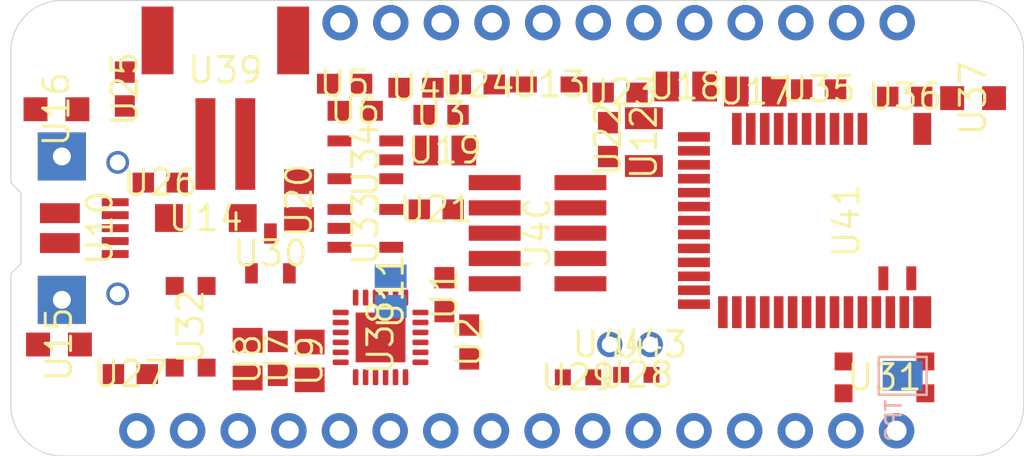
<source format=kicad_pcb>
(kicad_pcb (version 20171130) (host pcbnew "(5.1.4-0-10_14)")

  (general
    (thickness 1.6)
    (drawings 12)
    (tracks 0)
    (zones 0)
    (modules 46)
    (nets 70)
  )

  (page A4)
  (layers
    (0 Top signal)
    (31 Bottom signal)
    (32 B.Adhes user)
    (33 F.Adhes user hide)
    (34 B.Paste user)
    (35 F.Paste user)
    (36 B.SilkS user hide)
    (37 F.SilkS user)
    (38 B.Mask user)
    (39 F.Mask user hide)
    (40 Dwgs.User user)
    (41 Cmts.User user)
    (42 Eco1.User user)
    (43 Eco2.User user)
    (44 Edge.Cuts user)
    (45 Margin user)
    (46 B.CrtYd user)
    (47 F.CrtYd user)
    (48 B.Fab user)
    (49 F.Fab user)
  )

  (setup
    (last_trace_width 0.25)
    (trace_clearance 0.2)
    (zone_clearance 0.254)
    (zone_45_only no)
    (trace_min 0.2)
    (via_size 0.8)
    (via_drill 0.4)
    (via_min_size 0.4)
    (via_min_drill 0.3)
    (uvia_size 0.3)
    (uvia_drill 0.1)
    (uvias_allowed yes)
    (uvia_min_size 0.2)
    (uvia_min_drill 0.1)
    (edge_width 0.05)
    (segment_width 0.2)
    (pcb_text_width 0.3)
    (pcb_text_size 1.5 1.5)
    (mod_edge_width 0.12)
    (mod_text_size 1 1)
    (mod_text_width 0.15)
    (pad_size 2.413 2.413)
    (pad_drill 0.9)
    (pad_to_mask_clearance 0.051)
    (solder_mask_min_width 0.25)
    (aux_axis_origin 0 0)
    (visible_elements FFFFFF7F)
    (pcbplotparams
      (layerselection 0x010fc_ffffffff)
      (usegerberextensions false)
      (usegerberattributes false)
      (usegerberadvancedattributes false)
      (creategerberjobfile false)
      (excludeedgelayer true)
      (linewidth 0.100000)
      (plotframeref false)
      (viasonmask false)
      (mode 1)
      (useauxorigin false)
      (hpglpennumber 1)
      (hpglpenspeed 20)
      (hpglpendiameter 15.000000)
      (psnegative false)
      (psa4output false)
      (plotreference true)
      (plotvalue true)
      (plotinvisibletext false)
      (padsonsilk false)
      (subtractmaskfromsilk false)
      (outputformat 1)
      (mirror false)
      (drillshape 1)
      (scaleselection 1)
      (outputdirectory ""))
  )

  (net 0 "")
  (net 1 GND)
  (net 2 3.3V)
  (net 3 VBAT)
  (net 4 VBUS)
  (net 5 /RESET)
  (net 6 /DFU)
  (net 7 /TXD)
  (net 8 /RXD)
  (net 9 /MISO)
  (net 10 /MOSI)
  (net 11 /SCK)
  (net 12 /A5/0.29)
  (net 13 /A4/0.28)
  (net 14 /A3/0.05)
  (net 15 /A2/0.04)
  (net 16 /A1/0.03)
  (net 17 /A0/0.02)
  (net 18 /SDA)
  (net 19 /SCL)
  (net 20 /P0.27)
  (net 21 /A6/P0.30)
  (net 22 /A7/P0.31)
  (net 23 /P0.11)
  (net 24 /P0.07)
  (net 25 /P0.15)
  (net 26 /P0.16)
  (net 27 /EN)
  (net 28 "Net-(U1-Pad41)")
  (net 29 "Net-(U1-Pad40)")
  (net 30 /FRST)
  (net 31 /SWDIO)
  (net 32 /SWCLK)
  (net 33 /LED2)
  (net 34 /SWO)
  (net 35 /LED1)
  (net 36 /P0.10/NFC2)
  (net 37 /P0.09/NFC1)
  (net 38 "Net-(C2-Pad1)")
  (net 39 "Net-(C1-Pad1)")
  (net 40 "Net-(L2-Pad2)")
  (net 41 "Net-(C4-Pad1)")
  (net 42 "Net-(X1-Pad8)")
  (net 43 "Net-(D1-PadA)")
  (net 44 "Net-(D2-PadA)")
  (net 45 "Net-(R8-Pad1)")
  (net 46 "Net-(R3-Pad2)")
  (net 47 "Net-(C6-Pad1)")
  (net 48 "Net-(U2-Pad4)")
  (net 49 "Net-(X3-PadID)")
  (net 50 /USBD+)
  (net 51 /USBD-)
  (net 52 "Net-(U4-Pad24)")
  (net 53 /DTR)
  (net 54 "Net-(U4-Pad22)")
  (net 55 "Net-(R9-Pad1)")
  (net 56 "Net-(U4-Pad19)")
  (net 57 "Net-(U4-Pad18)")
  (net 58 "Net-(U4-Pad17)")
  (net 59 "Net-(C7-Pad1)")
  (net 60 "Net-(U4-Pad15)")
  (net 61 "Net-(U4-Pad14)")
  (net 62 "Net-(U4-Pad13)")
  (net 63 "Net-(U4-Pad12)")
  (net 64 "Net-(U4-Pad11)")
  (net 65 "Net-(U4-Pad10)")
  (net 66 "Net-(U4-Pad9)")
  (net 67 "Net-(U4-Pad1)")
  (net 68 "Net-(C11-Pad1)")
  (net 69 "Net-(CHG1-PadC)")

  (net_class Default "This is the default net class."
    (clearance 0.2)
    (trace_width 0.25)
    (via_dia 0.8)
    (via_drill 0.4)
    (uvia_dia 0.3)
    (uvia_drill 0.1)
    (add_net /A0/0.02)
    (add_net /A1/0.03)
    (add_net /A2/0.04)
    (add_net /A3/0.05)
    (add_net /A4/0.28)
    (add_net /A5/0.29)
    (add_net /A6/P0.30)
    (add_net /A7/P0.31)
    (add_net /DFU)
    (add_net /DTR)
    (add_net /EN)
    (add_net /FRST)
    (add_net /LED1)
    (add_net /LED2)
    (add_net /MISO)
    (add_net /MOSI)
    (add_net /P0.07)
    (add_net /P0.09/NFC1)
    (add_net /P0.10/NFC2)
    (add_net /P0.11)
    (add_net /P0.15)
    (add_net /P0.16)
    (add_net /P0.27)
    (add_net /RESET)
    (add_net /RXD)
    (add_net /SCK)
    (add_net /SCL)
    (add_net /SDA)
    (add_net /SWCLK)
    (add_net /SWDIO)
    (add_net /SWO)
    (add_net /TXD)
    (add_net /USBD+)
    (add_net /USBD-)
    (add_net 3.3V)
    (add_net GND)
    (add_net "Net-(C1-Pad1)")
    (add_net "Net-(C11-Pad1)")
    (add_net "Net-(C2-Pad1)")
    (add_net "Net-(C4-Pad1)")
    (add_net "Net-(C6-Pad1)")
    (add_net "Net-(C7-Pad1)")
    (add_net "Net-(CHG1-PadC)")
    (add_net "Net-(D1-PadA)")
    (add_net "Net-(D2-PadA)")
    (add_net "Net-(L2-Pad2)")
    (add_net "Net-(R3-Pad2)")
    (add_net "Net-(R8-Pad1)")
    (add_net "Net-(R9-Pad1)")
    (add_net "Net-(U1-Pad40)")
    (add_net "Net-(U1-Pad41)")
    (add_net "Net-(U2-Pad4)")
    (add_net "Net-(U4-Pad1)")
    (add_net "Net-(U4-Pad10)")
    (add_net "Net-(U4-Pad11)")
    (add_net "Net-(U4-Pad12)")
    (add_net "Net-(U4-Pad13)")
    (add_net "Net-(U4-Pad14)")
    (add_net "Net-(U4-Pad15)")
    (add_net "Net-(U4-Pad17)")
    (add_net "Net-(U4-Pad18)")
    (add_net "Net-(U4-Pad19)")
    (add_net "Net-(U4-Pad22)")
    (add_net "Net-(U4-Pad24)")
    (add_net "Net-(U4-Pad9)")
    (add_net "Net-(X1-Pad8)")
    (add_net "Net-(X3-PadID)")
    (add_net VBAT)
    (add_net VBUS)
  )

  (module MS1 locked (layer Top) (tedit 5ECEFCF5) (tstamp 5ECF00CD)
    (at 148.45 115.27)
    (fp_text reference MS1 (at -23.876 11.176) (layer F.SilkS) hide
      (effects (font (size 1.27 1.27) (thickness 0.15)))
    )
    (fp_text value "" (at 0 0) (layer F.SilkS)
      (effects (font (size 1.27 1.27) (thickness 0.15)))
    )
    (fp_poly (pts (xy 20 -1.05) (xy -20 -1.1) (xy -20 0.8) (xy 20 0.85)) (layer F.CrtYd) (width 0.1))
    (fp_poly (pts (xy 20 -1.05) (xy -20 -1.1) (xy -20 0.8) (xy 20 0.85)) (layer B.CrtYd) (width 0.1))
    (pad 1 thru_hole circle (at -19.026 -0.094) (size 1.778 1.778) (drill 1) (layers *.Cu *.Mask)
      (net 5 /RESET) (solder_mask_margin 0.0508))
    (pad 2 thru_hole circle (at -16.486 -0.094) (size 1.778 1.778) (drill 1) (layers *.Cu *.Mask)
      (net 2 3.3V) (solder_mask_margin 0.0508))
    (pad 3 thru_hole circle (at -13.946 -0.094) (size 1.778 1.778) (drill 1) (layers *.Cu *.Mask)
      (net 2 3.3V) (solder_mask_margin 0.0508))
    (pad 4 thru_hole circle (at -11.406 -0.094) (size 1.778 1.778) (drill 1) (layers *.Cu *.Mask)
      (net 1 GND) (solder_mask_margin 0.0508))
    (pad 16 thru_hole circle (at 19.074 -0.094) (size 1.778 1.778) (drill 1) (layers *.Cu *.Mask)
      (net 6 /DFU) (solder_mask_margin 0.0508))
    (pad 15 thru_hole circle (at 16.534 -0.094) (size 1.778 1.778) (drill 1) (layers *.Cu *.Mask)
      (net 7 /TXD) (solder_mask_margin 0.0508))
    (pad 14 thru_hole circle (at 13.994 -0.094) (size 1.778 1.778) (drill 1) (layers *.Cu *.Mask)
      (net 8 /RXD) (solder_mask_margin 0.0508))
    (pad 13 thru_hole circle (at 11.454 -0.094) (size 1.778 1.778) (drill 1) (layers *.Cu *.Mask)
      (net 9 /MISO) (solder_mask_margin 0.0508))
    (pad 12 thru_hole circle (at 8.914 -0.094) (size 1.778 1.778) (drill 1) (layers *.Cu *.Mask)
      (net 10 /MOSI) (solder_mask_margin 0.0508))
    (pad 11 thru_hole circle (at 6.374 -0.094) (size 1.778 1.778) (drill 1) (layers *.Cu *.Mask)
      (net 11 /SCK) (solder_mask_margin 0.0508))
    (pad 10 thru_hole circle (at 3.834 -0.094) (size 1.778 1.778) (drill 1) (layers *.Cu *.Mask)
      (net 12 /A5/0.29) (solder_mask_margin 0.0508))
    (pad 9 thru_hole circle (at 1.294 -0.094) (size 1.778 1.778) (drill 1) (layers *.Cu *.Mask)
      (net 13 /A4/0.28) (solder_mask_margin 0.0508))
    (pad 8 thru_hole circle (at -1.246 -0.094) (size 1.778 1.778) (drill 1) (layers *.Cu *.Mask)
      (net 14 /A3/0.05) (solder_mask_margin 0.0508))
    (pad 7 thru_hole circle (at -3.786 -0.094) (size 1.778 1.778) (drill 1) (layers *.Cu *.Mask)
      (net 15 /A2/0.04) (solder_mask_margin 0.0508))
    (pad 6 thru_hole circle (at -6.326 -0.094) (size 1.778 1.778) (drill 1) (layers *.Cu *.Mask)
      (net 16 /A1/0.03) (solder_mask_margin 0.0508))
    (pad 5 thru_hole circle (at -8.866 -0.094) (size 1.778 1.778) (drill 1) (layers *.Cu *.Mask)
      (net 17 /A0/0.02) (solder_mask_margin 0.0508))
  )

  (module MS2 locked (layer Top) (tedit 5ECEFC9F) (tstamp 5ECEFD2A)
    (at 153.58 94.65)
    (fp_text reference MS2 (at -23.876 11.176) (layer F.SilkS) hide
      (effects (font (size 1.27 1.27) (thickness 0.15)))
    )
    (fp_text value "" (at -0.1 0.2) (layer F.SilkS)
      (effects (font (size 1.27 1.27) (thickness 0.15)))
    )
    (fp_poly (pts (xy 14.9 -0.9) (xy -14.85 -0.9) (xy -14.85 0.95) (xy 14.9 0.95)) (layer F.CrtYd) (width 0.1))
    (fp_poly (pts (xy 14.9 -0.9) (xy -14.85 -0.9) (xy -14.85 0.95) (xy 14.9 0.95)) (layer B.CrtYd) (width 0.1))
    (pad 17 thru_hole circle (at 13.974 0.036) (size 1.778 1.778) (drill 1) (layers *.Cu *.Mask)
      (net 18 /SDA) (solder_mask_margin 0.0508))
    (pad 18 thru_hole circle (at 11.434 0.036) (size 1.778 1.778) (drill 1) (layers *.Cu *.Mask)
      (net 19 /SCL) (solder_mask_margin 0.0508))
    (pad 19 thru_hole circle (at 8.894 0.036) (size 1.778 1.778) (drill 1) (layers *.Cu *.Mask)
      (net 20 /P0.27) (solder_mask_margin 0.0508))
    (pad 20 thru_hole circle (at 6.354 0.036) (size 1.778 1.778) (drill 1) (layers *.Cu *.Mask)
      (net 21 /A6/P0.30) (solder_mask_margin 0.0508))
    (pad 21 thru_hole circle (at 3.814 0.036) (size 1.778 1.778) (drill 1) (layers *.Cu *.Mask)
      (net 22 /A7/P0.31) (solder_mask_margin 0.0508))
    (pad 22 thru_hole circle (at 1.274 0.036) (size 1.778 1.778) (drill 1) (layers *.Cu *.Mask)
      (net 23 /P0.11) (solder_mask_margin 0.0508))
    (pad 23 thru_hole circle (at -1.266 0.036) (size 1.778 1.778) (drill 1) (layers *.Cu *.Mask)
      (net 24 /P0.07) (solder_mask_margin 0.0508))
    (pad 24 thru_hole circle (at -3.806 0.036) (size 1.778 1.778) (drill 1) (layers *.Cu *.Mask)
      (net 25 /P0.15) (solder_mask_margin 0.0508))
    (pad 25 thru_hole circle (at -6.346 0.036) (size 1.778 1.778) (drill 1) (layers *.Cu *.Mask)
      (net 26 /P0.16) (solder_mask_margin 0.0508))
    (pad 26 thru_hole circle (at -8.886 0.036) (size 1.778 1.778) (drill 1) (layers *.Cu *.Mask)
      (net 4 VBUS) (solder_mask_margin 0.0508))
    (pad 27 thru_hole circle (at -11.426 0.036) (size 1.778 1.778) (drill 1) (layers *.Cu *.Mask)
      (net 27 /EN) (solder_mask_margin 0.0508))
    (pad 28 thru_hole circle (at -13.966 0.036) (size 1.778 1.778) (drill 1) (layers *.Cu *.Mask)
      (net 3 VBAT) (solder_mask_margin 0.0508))
  )

  (module "Adafruit nRF52 Bluefruit Feather:JSTPH2" locked (layer Top) (tedit 5DD6DA47) (tstamp 5DD6D218)
    (at 133.858 98.6028)
    (fp_text reference U39 (at 0 -1.524) (layer F.SilkS)
      (effects (font (size 1.27 1.27) (thickness 0.15)))
    )
    (fp_text value "" (at 0 -1.524) (layer F.SilkS)
      (effects (font (size 1.27 1.27) (thickness 0.15)))
    )
    (fp_poly (pts (xy 4 -4.524) (xy 4.0132 2.9972) (xy 3.2004 2.9972) (xy 3.2004 0.4318)
      (xy -3.2004 0.4318) (xy -3.2004 2.9718) (xy -3.9878 2.9718) (xy -3.9878 -4.5466)) (layer F.CrtYd) (width 0.1))
    (pad NC2 smd rect (at 3.4 -3.024 90) (size 3.4 1.6) (layers Top F.Paste F.Mask)
      (solder_mask_margin 0.0508))
    (pad NC1 smd rect (at -3.4 -3.024 90) (size 3.4 1.6) (layers Top F.Paste F.Mask)
      (solder_mask_margin 0.0508))
    (pad 2 smd rect (at 1 2.176) (size 1 4.6) (layers Top F.Paste F.Mask)
      (net 3 VBAT) (solder_mask_margin 0.0508))
    (pad 1 smd rect (at -1 2.176) (size 1 4.6) (layers Top F.Paste F.Mask)
      (net 1 GND) (solder_mask_margin 0.0508))
  )

  (module "Adafruit nRF52 Bluefruit Feather:4UCONN_20329_V2" locked (layer Top) (tedit 5DD6E28E) (tstamp 5DD6D241)
    (at 125.5268 105.0036 270)
    (fp_text reference U10 (at 0 -2.032 90) (layer F.SilkS)
      (effects (font (size 1.27 1.27) (thickness 0.15)))
    )
    (fp_text value "" (at 0 -2.032 90) (layer F.SilkS)
      (effects (font (size 1.27 1.27) (thickness 0.15)))
    )
    (fp_poly (pts (xy 4.953 2.921) (xy -4.826 2.921) (xy -4.826 -3.048) (xy 4.953 -3.048)) (layer F.CrtYd) (width 0.1))
    (pad BASE@2 smd rect (at 0.75 -0.032) (size 2 1) (layers Top F.Paste F.Mask)
      (net 1 GND) (solder_mask_margin 0.0508))
    (pad BASE@1 smd rect (at -0.75 -0.032) (size 2 1) (layers Top F.Paste F.Mask)
      (net 1 GND) (solder_mask_margin 0.0508))
    (pad GND smd rect (at 1.3 -2.807 270) (size 0.4 1.35) (layers Top F.Mask)
      (net 1 GND) (solder_mask_margin 0.0508))
    (pad ID smd rect (at 0.65 -2.807 270) (size 0.4 1.35) (layers Top F.Mask)
      (net 49 "Net-(X3-PadID)") (solder_mask_margin 0.0508))
    (pad D+ smd rect (at 0 -2.807 270) (size 0.4 1.35) (layers Top F.Mask)
      (net 50 /USBD+) (solder_mask_margin 0.0508))
    (pad D- smd rect (at -0.65 -2.807 270) (size 0.4 1.35) (layers Top F.Mask)
      (net 51 /USBD-) (solder_mask_margin 0.0508))
    (pad VBUS smd rect (at -1.3 -2.807 270) (size 0.4 1.35) (layers Top F.Mask)
      (net 4 VBUS) (solder_mask_margin 0.0508))
    (pad SPRT@2 thru_hole circle (at 3.3 -2.932 270) (size 1.143 1.143) (drill 0.8) (layers *.Cu *.Mask)
      (net 1 GND) (solder_mask_margin 0.0508))
    (pad SPRT@1 thru_hole circle (at -3.3 -2.932 90) (size 1.143 1.143) (drill 0.8) (layers *.Cu *.Mask)
      (net 1 GND) (solder_mask_margin 0.0508))
    (pad SPRT@3 thru_hole rect (at -3.6 -0.132) (size 2.413 2.413) (drill 0.9) (layers *.Cu *.Mask))
    (pad SPRT@4 thru_hole rect (at 3.6 -0.132) (size 2.413 2.413) (drill 0.9) (layers *.Cu *.Mask))
  )

  (module "Adafruit nRF52 Bluefruit Feather:0603-NO" (layer Top) (tedit 5DD6E39B) (tstamp 5DD6D33D)
    (at 144.843499 108.3437 270)
    (fp_text reference U1 (at 0 0 270) (layer F.SilkS)
      (effects (font (size 1.27 1.27) (thickness 0.15)))
    )
    (fp_text value "" (at 0 0 270) (layer F.SilkS)
      (effects (font (size 1.27 1.27) (thickness 0.15)))
    )
    (fp_poly (pts (xy 1.473 0.508) (xy -1.473 0.508) (xy -1.473 -0.508) (xy 1.473 -0.508)) (layer F.CrtYd) (width 0.1))
    (pad 2 smd rect (at 0.85 0 270) (size 1.075 1) (layers Top F.Paste F.Mask)
      (net 53 /DTR) (solder_mask_margin 0.0508))
    (pad 1 smd rect (at -0.85 0 270) (size 1.075 1) (layers Top F.Paste F.Mask)
      (net 68 "Net-(C11-Pad1)") (solder_mask_margin 0.0508))
  )

  (module "Adafruit nRF52 Bluefruit Feather:0603-NO" (layer Top) (tedit 5DD6E390) (tstamp 5DD6D364)
    (at 146.088099 110.7186 270)
    (fp_text reference U2 (at 0 0 270) (layer F.SilkS)
      (effects (font (size 1.27 1.27) (thickness 0.15)))
    )
    (fp_text value "" (at 0 0 270) (layer F.SilkS)
      (effects (font (size 1.27 1.27) (thickness 0.15)))
    )
    (fp_poly (pts (xy 1.473 0.508) (xy -1.473 0.508) (xy -1.473 -0.508) (xy 1.473 -0.508)) (layer F.CrtYd) (width 0.1))
    (pad 2 smd rect (at 0.85 0 270) (size 1.075 1) (layers Top F.Paste F.Mask)
      (net 8 /RXD) (solder_mask_margin 0.0508))
    (pad 1 smd rect (at -0.85 0 270) (size 1.075 1) (layers Top F.Paste F.Mask)
      (net 55 "Net-(R9-Pad1)") (solder_mask_margin 0.0508))
  )

  (module "Adafruit nRF52 Bluefruit Feather:0603-NO" (layer Top) (tedit 5DD6E361) (tstamp 5DD6D232)
    (at 144.678399 99.314)
    (fp_text reference U3 (at 0 0) (layer F.SilkS)
      (effects (font (size 1.27 1.27) (thickness 0.15)))
    )
    (fp_text value "" (at 0 0) (layer F.SilkS)
      (effects (font (size 1.27 1.27) (thickness 0.15)))
    )
    (fp_poly (pts (xy 1.473 0.635) (xy -1.473 0.635) (xy -1.473 -0.635) (xy 1.473 -0.635)) (layer F.CrtYd) (width 0.1))
    (pad 2 smd rect (at 0.85 0) (size 1.075 1) (layers Top F.Paste F.Mask)
      (net 47 "Net-(C6-Pad1)") (solder_mask_margin 0.0508))
    (pad 1 smd rect (at -0.85 0) (size 1.075 1) (layers Top F.Paste F.Mask)
      (net 27 /EN) (solder_mask_margin 0.0508))
  )

  (module "Adafruit nRF52 Bluefruit Feather:0603-NO" (layer Top) (tedit 5DD6E35B) (tstamp 5DD6D3C1)
    (at 143.421099 97.9551 180)
    (fp_text reference U4 (at 0 0) (layer F.SilkS)
      (effects (font (size 1.27 1.27) (thickness 0.15)))
    )
    (fp_text value "" (at 0 0) (layer F.SilkS)
      (effects (font (size 1.27 1.27) (thickness 0.15)))
    )
    (fp_poly (pts (xy 1.473 0.635) (xy -1.473 0.635) (xy -1.473 -0.635) (xy 1.473 -0.635)) (layer F.CrtYd) (width 0.1))
    (pad 2 smd rect (at 0.85 0 180) (size 1.075 1) (layers Top F.Paste F.Mask)
      (net 1 GND) (solder_mask_margin 0.0508))
    (pad 1 smd rect (at -0.85 0 180) (size 1.075 1) (layers Top F.Paste F.Mask)
      (net 22 /A7/P0.31) (solder_mask_margin 0.0508))
  )

  (module "Adafruit nRF52 Bluefruit Feather:0603-NO" (layer Top) (tedit 5DD6E34E) (tstamp 5DD6D1D2)
    (at 139.839699 97.7519)
    (fp_text reference U5 (at 0 0) (layer F.SilkS)
      (effects (font (size 1.27 1.27) (thickness 0.15)))
    )
    (fp_text value "" (at 0 0) (layer F.SilkS)
      (effects (font (size 1.27 1.27) (thickness 0.15)))
    )
    (fp_poly (pts (xy 1.473 0.508) (xy -1.473 0.508) (xy -1.473 -0.508) (xy 1.473 -0.508)) (layer F.CrtYd) (width 0.1))
    (pad 2 smd rect (at 0.85 0) (size 1.075 1) (layers Top F.Paste F.Mask)
      (net 22 /A7/P0.31) (solder_mask_margin 0.0508))
    (pad 1 smd rect (at -0.85 0) (size 1.075 1) (layers Top F.Paste F.Mask)
      (net 3 VBAT) (solder_mask_margin 0.0508))
  )

  (module "Adafruit nRF52 Bluefruit Feather:0603-NO" (layer Top) (tedit 5DD6E33E) (tstamp 5DD6D1E1)
    (at 140.373099 99.1108)
    (fp_text reference U6 (at 0 0) (layer F.SilkS)
      (effects (font (size 1.27 1.27) (thickness 0.15)))
    )
    (fp_text value "" (at 0 0) (layer F.SilkS)
      (effects (font (size 1.27 1.27) (thickness 0.15)))
    )
    (fp_poly (pts (xy 1.473 0.635) (xy -1.473 0.635) (xy -1.473 -0.635) (xy 1.473 -0.635)) (layer F.CrtYd) (width 0.1))
    (pad 2 smd rect (at 0.85 0) (size 1.075 1) (layers Top F.Paste F.Mask)
      (net 1 GND) (solder_mask_margin 0.0508))
    (pad 1 smd rect (at -0.85 0) (size 1.075 1) (layers Top F.Paste F.Mask)
      (net 22 /A7/P0.31) (solder_mask_margin 0.0508))
  )

  (module "Adafruit nRF52 Bluefruit Feather:0603-NO" (layer Top) (tedit 5DD6E32C) (tstamp 5DD6D311)
    (at 136.486899 111.5441 90)
    (fp_text reference U7 (at 0 0 90) (layer F.SilkS)
      (effects (font (size 1.27 1.27) (thickness 0.15)))
    )
    (fp_text value "" (at 0 0 90) (layer F.SilkS)
      (effects (font (size 1.27 1.27) (thickness 0.15)))
    )
    (fp_poly (pts (xy 1.473 0.635) (xy -1.473 0.635) (xy -1.473 -0.635) (xy 1.473 -0.635)) (layer F.CrtYd) (width 0.1))
    (pad 2 smd rect (at 0.85 0 90) (size 1.075 1) (layers Top F.Paste F.Mask)
      (net 1 GND) (solder_mask_margin 0.0508))
    (pad 1 smd rect (at -0.85 0 90) (size 1.075 1) (layers Top F.Paste F.Mask)
      (net 2 3.3V) (solder_mask_margin 0.0508))
  )

  (module "Adafruit nRF52 Bluefruit Feather:0805-NO" (layer Top) (tedit 5DD6E322) (tstamp 5DD6D1FA)
    (at 134.975599 111.5822 90)
    (fp_text reference U8 (at 0 0 90) (layer F.SilkS)
      (effects (font (size 1.27 1.27) (thickness 0.15)))
    )
    (fp_text value "" (at 0 0 90) (layer F.SilkS)
      (effects (font (size 1.27 1.27) (thickness 0.15)))
    )
    (fp_poly (pts (xy 1.524 0.762) (xy -1.524 0.762) (xy -1.524 -0.762) (xy 1.524 -0.762)) (layer F.CrtYd) (width 0.1))
    (pad 2 smd rect (at 0.95 0 90) (size 1.24 1.5) (layers Top F.Paste F.Mask)
      (net 1 GND) (solder_mask_margin 0.0508))
    (pad 1 smd rect (at -0.95 0 90) (size 1.24 1.5) (layers Top F.Paste F.Mask)
      (net 2 3.3V) (solder_mask_margin 0.0508))
  )

  (module "Adafruit nRF52 Bluefruit Feather:0805-NO" (layer Top) (tedit 5DD6E315) (tstamp 5DD6D3F7)
    (at 138.087099 111.6711 90)
    (fp_text reference U9 (at 0 0 90) (layer F.SilkS)
      (effects (font (size 1.27 1.27) (thickness 0.15)))
    )
    (fp_text value "" (at 0 0 90) (layer F.SilkS)
      (effects (font (size 1.27 1.27) (thickness 0.15)))
    )
    (fp_poly (pts (xy 1.524 0.762) (xy -1.524 0.762) (xy -1.524 -0.762) (xy 1.524 -0.762)) (layer F.CrtYd) (width 0.1))
    (pad 2 smd rect (at 0.95 0 90) (size 1.24 1.5) (layers Top F.Paste F.Mask)
      (net 1 GND) (solder_mask_margin 0.0508))
    (pad 1 smd rect (at -0.95 0 90) (size 1.24 1.5) (layers Top F.Paste F.Mask)
      (net 59 "Net-(C7-Pad1)") (solder_mask_margin 0.0508))
  )

  (module "Adafruit nRF52 Bluefruit Feather:SOLDERJUMPER_CLOSEDWIRE" (layer Bottom) (tedit 5DD6E25F) (tstamp 5DD6D3DA)
    (at 142.151099 108.1786 270)
    (fp_text reference U11 (at 0 0 90) (layer F.SilkS)
      (effects (font (size 1.27 1.27) (thickness 0.15)))
    )
    (fp_text value "" (at 0 0 90) (layer F.SilkS)
      (effects (font (size 1.27 1.27) (thickness 0.15)))
    )
    (fp_poly (pts (xy 1.651 -1.016) (xy -1.651 -1.016) (xy -1.651 1.016) (xy 1.651 1.016)) (layer B.CrtYd) (width 0.1))
    (pad 2 smd rect (at 0.762 0 270) (size 1.1684 1.6002) (layers Bottom B.Mask)
      (net 68 "Net-(C11-Pad1)") (solder_mask_margin 0.0508))
    (pad 1 smd rect (at -0.762 0 270) (size 1.1684 1.6002) (layers Bottom B.Mask)
      (net 5 /RESET) (solder_mask_margin 0.0508))
  )

  (module "Adafruit nRF52 Bluefruit Feather:PAD-1.5X2.0" (layer Bottom) (tedit 5DD6E027) (tstamp 5DD6D373)
    (at 167.830499 112.4204 270)
    (descr "1.5 x 2.0mm SMT pad (no solder paste)")
    (path /FA3D1D6B)
    (fp_text reference TP2 (at 1.1 0 270) (layer B.SilkS)
      (effects (font (size 0.77216 0.77216) (thickness 0.138988)) (justify left bottom mirror))
    )
    (fp_text value FRST (at 1.1 -0.7 270) (layer B.Fab)
      (effects (font (size 0.38608 0.38608) (thickness 0.038608)) (justify left bottom mirror))
    )
    (fp_line (start -0.95 -1.2) (end -0.95 1.2) (layer B.SilkS) (width 0.127))
    (fp_line (start 0.95 -1.2) (end -0.95 -1.2) (layer B.SilkS) (width 0.127))
    (fp_line (start 0.95 1.2) (end 0.95 -1.2) (layer B.SilkS) (width 0.127))
    (fp_line (start -0.95 1.2) (end 0.95 1.2) (layer B.SilkS) (width 0.127))
    (fp_poly (pts (xy 0.95 -1.2) (xy -0.95 -1.2) (xy -0.95 1.2) (xy 0.95 1.2)) (layer B.CrtYd) (width 0.1))
    (pad P$1 smd rect (at 0 0 270) (size 1.5 2) (layers Bottom B.Mask)
      (net 30 /FRST) (solder_mask_margin 0.0508))
  )

  (module "Adafruit nRF52 Bluefruit Feather:XTAL3215" (layer Top) (tedit 5DD6DEBE) (tstamp 5DD6D3AC)
    (at 154.851099 100.6856 90)
    (fp_text reference U12 (at 0 0 90) (layer F.SilkS)
      (effects (font (size 1.27 1.27) (thickness 0.15)))
    )
    (fp_text value "" (at 0 0 90) (layer F.SilkS)
      (effects (font (size 1.27 1.27) (thickness 0.15)))
    )
    (fp_poly (pts (xy 1.651 0.889) (xy -1.651 0.889) (xy -1.651 -0.889) (xy 1.651 -0.889)) (layer F.CrtYd) (width 0.1))
    (pad P$2 smd rect (at -1.2 0 270) (size 1.1 1.9) (layers Top F.Paste F.Mask)
      (net 38 "Net-(C2-Pad1)") (solder_mask_margin 0.0508))
    (pad P$1 smd rect (at 1.2 0 90) (size 1.1 1.9) (layers Top F.Paste F.Mask)
      (net 39 "Net-(C1-Pad1)") (solder_mask_margin 0.0508))
  )

  (module "Adafruit nRF52 Bluefruit Feather:SOD-323" (layer Top) (tedit 5DD6DE68) (tstamp 5DD6D320)
    (at 150.075899 97.79 180)
    (fp_text reference U13 (at 0 0 180) (layer F.SilkS)
      (effects (font (size 1.27 1.27) (thickness 0.15)))
    )
    (fp_text value "" (at 0 0 180) (layer F.SilkS)
      (effects (font (size 1.27 1.27) (thickness 0.15)))
    )
    (fp_poly (pts (xy 1.524 0.762) (xy -1.524 0.762) (xy -1.524 -0.762) (xy 1.524 -0.762)) (layer F.CrtYd) (width 0.1))
    (pad A smd rect (at 1.27 0 180) (size 1.35 0.8) (layers Top F.Paste F.Mask)
      (net 5 /RESET) (solder_mask_margin 0.0508))
    (pad C smd rect (at -1.27 0 180) (size 1.35 0.8) (layers Top F.Paste F.Mask)
      (net 2 3.3V) (solder_mask_margin 0.0508))
  )

  (module "Adafruit nRF52 Bluefruit Feather:SOD-123" (layer Top) (tedit 5DD6DDF8) (tstamp 5DD6D37B)
    (at 132.880099 104.4956 180)
    (fp_text reference U14 (at 0 0 180) (layer F.SilkS)
      (effects (font (size 1.27 1.27) (thickness 0.15)))
    )
    (fp_text value "" (at 0 0 180) (layer F.SilkS)
      (effects (font (size 1.27 1.27) (thickness 0.15)))
    )
    (fp_poly (pts (xy 2.032 0.889) (xy -1.778 0.889) (xy -1.778 -0.889) (xy 2.032 -0.889)) (layer F.CrtYd) (width 0.1))
    (pad A smd rect (at 1.85 0 270) (size 1.4 1.4) (layers Top F.Paste F.Mask)
      (net 4 VBUS) (solder_mask_margin 0.0508))
    (pad C smd rect (at -1.85 0 270) (size 1.4 1.4) (layers Top F.Paste F.Mask)
      (net 47 "Net-(C6-Pad1)") (solder_mask_margin 0.0508))
  )

  (module "Adafruit nRF52 Bluefruit Feather:CHIPLED_0805_NOOUTLINE" (layer Top) (tedit 5DD6DDE2) (tstamp 5DD6D191)
    (at 125.514099 110.8456 270)
    (fp_text reference U15 (at 0 0 270) (layer F.SilkS)
      (effects (font (size 1.27 1.27) (thickness 0.15)))
    )
    (fp_text value "" (at 0 0 270) (layer F.SilkS)
      (effects (font (size 1.27 1.27) (thickness 0.15)))
    )
    (fp_poly (pts (xy 0.762 1.524) (xy -0.762 1.524) (xy -0.762 -1.397) (xy 0.762 -1.397)) (layer F.CrtYd) (width 0.1))
    (pad A smd rect (at 0 1.05 270) (size 1.2 1.2) (layers Top F.Paste F.Mask)
      (net 4 VBUS) (solder_mask_margin 0.0508))
    (pad C smd rect (at 0 -1.05 270) (size 1.2 1.2) (layers Top F.Paste F.Mask)
      (net 69 "Net-(CHG1-PadC)") (solder_mask_margin 0.0508))
  )

  (module "Adafruit nRF52 Bluefruit Feather:CHIPLED_0805_NOOUTLINE" (layer Top) (tedit 5DD6DDD4) (tstamp 5DD6D114)
    (at 125.387099 99.0346 90)
    (fp_text reference U16 (at 0 0 90) (layer F.SilkS)
      (effects (font (size 1.27 1.27) (thickness 0.15)))
    )
    (fp_text value "" (at 0 0 90) (layer F.SilkS)
      (effects (font (size 1.27 1.27) (thickness 0.15)))
    )
    (fp_poly (pts (xy 0.762 1.524) (xy -0.762 1.524) (xy -0.762 -1.397) (xy 0.762 -1.397)) (layer F.CrtYd) (width 0.1))
    (pad A smd rect (at 0 1.05 90) (size 1.2 1.2) (layers Top F.Paste F.Mask)
      (net 43 "Net-(D1-PadA)") (solder_mask_margin 0.0508))
    (pad C smd rect (at 0 -1.05 90) (size 1.2 1.2) (layers Top F.Paste F.Mask)
      (net 1 GND) (solder_mask_margin 0.0508))
  )

  (module "Adafruit nRF52 Bluefruit Feather:0805-NO" (layer Top) (tedit 5DD6DDA1) (tstamp 5DD6D164)
    (at 160.439099 98.1456 180)
    (fp_text reference U17 (at 0 0 180) (layer F.SilkS)
      (effects (font (size 1.27 1.27) (thickness 0.15)))
    )
    (fp_text value "" (at 0 0 180) (layer F.SilkS)
      (effects (font (size 1.27 1.27) (thickness 0.15)))
    )
    (fp_poly (pts (xy 1.524 0.889) (xy -1.524 0.889) (xy -1.524 -0.889) (xy 1.524 -0.889)) (layer F.CrtYd) (width 0.1))
    (pad 2 smd rect (at 0.95 0 180) (size 1.24 1.5) (layers Top F.Paste F.Mask)
      (net 40 "Net-(L2-Pad2)") (solder_mask_margin 0.0508))
    (pad 1 smd rect (at -0.95 0 180) (size 1.24 1.5) (layers Top F.Paste F.Mask)
      (net 41 "Net-(C4-Pad1)") (solder_mask_margin 0.0508))
  )

  (module "Adafruit nRF52 Bluefruit Feather:0805-NO" (layer Top) (tedit 5DD6DD9D) (tstamp 5DD6D10A)
    (at 156.946599 97.8916 180)
    (fp_text reference U18 (at 0 0 180) (layer F.SilkS)
      (effects (font (size 1.27 1.27) (thickness 0.15)))
    )
    (fp_text value "" (at 0 0 180) (layer F.SilkS)
      (effects (font (size 1.27 1.27) (thickness 0.15)))
    )
    (fp_poly (pts (xy 1.524 0.889) (xy -1.524 0.889) (xy -1.524 -0.889) (xy 1.524 -0.889)) (layer F.CrtYd) (width 0.1))
    (pad 2 smd rect (at 0.95 0 180) (size 1.24 1.5) (layers Top F.Paste F.Mask)
      (net 1 GND) (solder_mask_margin 0.0508))
    (pad 1 smd rect (at -0.95 0 180) (size 1.24 1.5) (layers Top F.Paste F.Mask)
      (net 2 3.3V) (solder_mask_margin 0.0508))
  )

  (module "Adafruit nRF52 Bluefruit Feather:0805-NO" (layer Top) (tedit 5DD6DD98) (tstamp 5DD6D1F0)
    (at 144.868899 101.1047)
    (fp_text reference U19 (at 0 0) (layer F.SilkS)
      (effects (font (size 1.27 1.27) (thickness 0.15)))
    )
    (fp_text value "" (at 0 0) (layer F.SilkS)
      (effects (font (size 1.27 1.27) (thickness 0.15)))
    )
    (fp_poly (pts (xy 1.524 0.889) (xy -1.524 0.889) (xy -1.524 -0.889) (xy 1.524 -0.889)) (layer F.CrtYd) (width 0.1))
    (pad 2 smd rect (at 0.95 0) (size 1.24 1.5) (layers Top F.Paste F.Mask)
      (net 1 GND) (solder_mask_margin 0.0508))
    (pad 1 smd rect (at -0.95 0) (size 1.24 1.5) (layers Top F.Paste F.Mask)
      (net 47 "Net-(C6-Pad1)") (solder_mask_margin 0.0508))
  )

  (module "Adafruit nRF52 Bluefruit Feather:0805-NO" (layer Top) (tedit 5DD6DD93) (tstamp 5DD6D1B9)
    (at 137.553699 103.6193 90)
    (fp_text reference U20 (at 0 0 90) (layer F.SilkS)
      (effects (font (size 1.27 1.27) (thickness 0.15)))
    )
    (fp_text value "" (at 0 0 90) (layer F.SilkS)
      (effects (font (size 1.27 1.27) (thickness 0.15)))
    )
    (fp_poly (pts (xy 1.524 0.889) (xy -1.524 0.889) (xy -1.524 -0.889) (xy 1.524 -0.889)) (layer F.CrtYd) (width 0.1))
    (pad 2 smd rect (at 0.95 0 90) (size 1.24 1.5) (layers Top F.Paste F.Mask)
      (net 1 GND) (solder_mask_margin 0.0508))
    (pad 1 smd rect (at -0.95 0 90) (size 1.24 1.5) (layers Top F.Paste F.Mask)
      (net 3 VBAT) (solder_mask_margin 0.0508))
  )

  (module "Adafruit nRF52 Bluefruit Feather:0603-NO" (layer Top) (tedit 5DD6DD60) (tstamp 5DD6D1C3)
    (at 144.437099 104.0638)
    (fp_text reference U21 (at 0 0) (layer F.SilkS)
      (effects (font (size 1.27 1.27) (thickness 0.15)))
    )
    (fp_text value "" (at 0 0) (layer F.SilkS)
      (effects (font (size 1.27 1.27) (thickness 0.15)))
    )
    (fp_poly (pts (xy 1.473 0.729) (xy -1.473 0.729) (xy -1.473 -0.729) (xy 1.473 -0.729)) (layer F.CrtYd) (width 0.1))
    (pad 2 smd rect (at 0.85 0) (size 1.075 1) (layers Top F.Paste F.Mask)
      (net 1 GND) (solder_mask_margin 0.0508))
    (pad 1 smd rect (at -0.85 0) (size 1.075 1) (layers Top F.Paste F.Mask)
      (net 45 "Net-(R8-Pad1)") (solder_mask_margin 0.0508))
  )

  (module "Adafruit nRF52 Bluefruit Feather:0603-NO" (layer Top) (tedit 5DD6DD56) (tstamp 5DD6D0FB)
    (at 153.047699 100.5586 90)
    (fp_text reference U22 (at 0 0 90) (layer F.SilkS)
      (effects (font (size 1.27 1.27) (thickness 0.15)))
    )
    (fp_text value "" (at 0 0 90) (layer F.SilkS)
      (effects (font (size 1.27 1.27) (thickness 0.15)))
    )
    (fp_poly (pts (xy 1.473 0.729) (xy -1.473 0.729) (xy -1.473 -0.729) (xy 1.473 -0.729)) (layer F.CrtYd) (width 0.1))
    (pad 2 smd rect (at 0.85 0 90) (size 1.075 1) (layers Top F.Paste F.Mask)
      (net 1 GND) (solder_mask_margin 0.0508))
    (pad 1 smd rect (at -0.85 0 90) (size 1.075 1) (layers Top F.Paste F.Mask)
      (net 38 "Net-(C2-Pad1)") (solder_mask_margin 0.0508))
  )

  (module "Adafruit nRF52 Bluefruit Feather:0603-NO" (layer Top) (tedit 5DD6DD52) (tstamp 5DD6D0EC)
    (at 153.657299 98.1964 180)
    (fp_text reference U23 (at 0 0 180) (layer F.SilkS)
      (effects (font (size 1.27 1.27) (thickness 0.15)))
    )
    (fp_text value "" (at 0 0 180) (layer F.SilkS)
      (effects (font (size 1.27 1.27) (thickness 0.15)))
    )
    (fp_poly (pts (xy 1.473 0.729) (xy -1.473 0.729) (xy -1.473 -0.729) (xy 1.473 -0.729)) (layer F.CrtYd) (width 0.1))
    (pad 2 smd rect (at 0.85 0 180) (size 1.075 1) (layers Top F.Paste F.Mask)
      (net 1 GND) (solder_mask_margin 0.0508))
    (pad 1 smd rect (at -0.85 0 180) (size 1.075 1) (layers Top F.Paste F.Mask)
      (net 39 "Net-(C1-Pad1)") (solder_mask_margin 0.0508))
  )

  (module "Adafruit nRF52 Bluefruit Feather:0603-NO" (layer Top) (tedit 5DD6DD4E) (tstamp 5DD6D32E)
    (at 146.494499 97.79 180)
    (fp_text reference U24 (at 0 0 180) (layer F.SilkS)
      (effects (font (size 1.27 1.27) (thickness 0.15)))
    )
    (fp_text value "" (at 0 0 180) (layer F.SilkS)
      (effects (font (size 1.27 1.27) (thickness 0.15)))
    )
    (fp_poly (pts (xy 1.473 0.729) (xy -1.473 0.729) (xy -1.473 -0.729) (xy 1.473 -0.729)) (layer F.CrtYd) (width 0.1))
    (pad 2 smd rect (at 0.85 0 180) (size 1.075 1) (layers Top F.Paste F.Mask)
      (net 2 3.3V) (solder_mask_margin 0.0508))
    (pad 1 smd rect (at -0.85 0 180) (size 1.075 1) (layers Top F.Paste F.Mask)
      (net 5 /RESET) (solder_mask_margin 0.0508))
  )

  (module "Adafruit nRF52 Bluefruit Feather:0603-NO" (layer Top) (tedit 5DD6DD44) (tstamp 5DD6D146)
    (at 128.816099 98.0186 90)
    (fp_text reference U25 (at 0 0 90) (layer F.SilkS)
      (effects (font (size 1.27 1.27) (thickness 0.15)))
    )
    (fp_text value "" (at 0 0 90) (layer F.SilkS)
      (effects (font (size 1.27 1.27) (thickness 0.15)))
    )
    (fp_poly (pts (xy 1.473 0.729) (xy -1.473 0.729) (xy -1.473 -0.729) (xy 1.473 -0.729)) (layer F.CrtYd) (width 0.1))
    (pad 2 smd rect (at 0.85 0 90) (size 1.075 1) (layers Top F.Paste F.Mask)
      (net 35 /LED1) (solder_mask_margin 0.0508))
    (pad 1 smd rect (at -0.85 0 90) (size 1.075 1) (layers Top F.Paste F.Mask)
      (net 43 "Net-(D1-PadA)") (solder_mask_margin 0.0508))
  )

  (module "Adafruit nRF52 Bluefruit Feather:0603-NO" (layer Top) (tedit 5DD6DD3E) (tstamp 5DD6D39D)
    (at 130.594099 102.7176)
    (fp_text reference U26 (at 0 0) (layer F.SilkS)
      (effects (font (size 1.27 1.27) (thickness 0.15)))
    )
    (fp_text value "" (at 0 0) (layer F.SilkS)
      (effects (font (size 1.27 1.27) (thickness 0.15)))
    )
    (fp_poly (pts (xy 1.473 0.729) (xy -1.473 0.729) (xy -1.473 -0.729) (xy 1.473 -0.729)) (layer F.CrtYd) (width 0.1))
    (pad 2 smd rect (at 0.85 0) (size 1.075 1) (layers Top F.Paste F.Mask)
      (net 4 VBUS) (solder_mask_margin 0.0508))
    (pad 1 smd rect (at -0.85 0) (size 1.075 1) (layers Top F.Paste F.Mask)
      (net 1 GND) (solder_mask_margin 0.0508))
  )

  (module "Adafruit nRF52 Bluefruit Feather:0603-NO" (layer Top) (tedit 5DD6DD39) (tstamp 5DD6D1AA)
    (at 129.095499 112.3315)
    (fp_text reference U27 (at 0 0) (layer F.SilkS)
      (effects (font (size 1.27 1.27) (thickness 0.15)))
    )
    (fp_text value "" (at 0 0) (layer F.SilkS)
      (effects (font (size 1.27 1.27) (thickness 0.15)))
    )
    (fp_poly (pts (xy 1.473 0.729) (xy -1.473 0.729) (xy -1.473 -0.729) (xy 1.473 -0.729)) (layer F.CrtYd) (width 0.1))
    (pad 2 smd rect (at 0.85 0) (size 1.075 1) (layers Top F.Paste F.Mask)
      (net 46 "Net-(R3-Pad2)") (solder_mask_margin 0.0508))
    (pad 1 smd rect (at -0.85 0) (size 1.075 1) (layers Top F.Paste F.Mask)
      (net 69 "Net-(CHG1-PadC)") (solder_mask_margin 0.0508))
  )

  (module "Adafruit nRF52 Bluefruit Feather:_0603MP" (layer Top) (tedit 5DD6DCDD) (tstamp 5DD6D419)
    (at 154.470099 112.3696 180)
    (fp_text reference U28 (at 0 0 180) (layer F.SilkS)
      (effects (font (size 1.27 1.27) (thickness 0.15)))
    )
    (fp_text value "" (at 0 0 180) (layer F.SilkS)
      (effects (font (size 1.27 1.27) (thickness 0.15)))
    )
    (fp_poly (pts (xy 0.8 0.4) (xy -0.8 0.4) (xy -0.8 -0.4) (xy 0.8 -0.4)) (layer F.CrtYd) (width 0.1))
    (pad 2 smd rect (at 0.762 0 180) (size 0.8 0.8) (layers Top F.Paste F.Mask)
      (net 1 GND) (solder_mask_margin 0.0508))
    (pad 1 smd rect (at -0.762 0 180) (size 0.8 0.8) (layers Top F.Paste F.Mask)
      (net 36 /P0.10/NFC2) (solder_mask_margin 0.0508))
  )

  (module "Adafruit nRF52 Bluefruit Feather:_0603MP" (layer Top) (tedit 5DD6DCC0) (tstamp 5DD6D424)
    (at 151.549099 112.4966 180)
    (fp_text reference U29 (at 0 0 180) (layer F.SilkS)
      (effects (font (size 1.27 1.27) (thickness 0.15)))
    )
    (fp_text value "" (at 0 0 180) (layer F.SilkS)
      (effects (font (size 1.27 1.27) (thickness 0.15)))
    )
    (fp_poly (pts (xy 0.8 0.4) (xy -0.8 0.4) (xy -0.8 -0.4) (xy 0.8 -0.4)) (layer F.CrtYd) (width 0.1))
    (pad 2 smd rect (at 0.762 0 180) (size 0.8 0.8) (layers Top F.Paste F.Mask)
      (net 1 GND) (solder_mask_margin 0.0508))
    (pad 1 smd rect (at -0.762 0 180) (size 0.8 0.8) (layers Top F.Paste F.Mask)
      (net 37 /P0.09/NFC1) (solder_mask_margin 0.0508))
  )

  (module "Adafruit nRF52 Bluefruit Feather:SOT23-R" (layer Top) (tedit 5DD6DC99) (tstamp 5DD6D38B)
    (at 136.118599 106.2736)
    (fp_text reference U30 (at 0 0) (layer F.SilkS)
      (effects (font (size 1.27 1.27) (thickness 0.15)))
    )
    (fp_text value "" (at 0 0) (layer F.SilkS)
      (effects (font (size 1.27 1.27) (thickness 0.15)))
    )
    (fp_poly (pts (xy 1.5724 0.6604) (xy -1.5724 0.6604) (xy -1.5724 -0.6604) (xy 1.5724 -0.6604)) (layer F.CrtYd) (width 0.1))
    (pad 1 smd rect (at -0.95 1) (size 0.635 1.016) (layers Top F.Paste F.Mask)
      (net 4 VBUS) (solder_mask_margin 0.0508))
    (pad 2 smd rect (at 0.95 1) (size 0.635 1.016) (layers Top F.Paste F.Mask)
      (net 47 "Net-(C6-Pad1)") (solder_mask_margin 0.0508))
    (pad 3 smd rect (at 0 -1) (size 0.635 1.016) (layers Top F.Paste F.Mask)
      (net 3 VBAT) (solder_mask_margin 0.0508))
  )

  (module "Adafruit nRF52 Bluefruit Feather:BTN_KMR2_4.6X2.8" (layer Top) (tedit 5DD6DC85) (tstamp 5DD6D401)
    (at 166.916099 112.4966)
    (fp_text reference U31 (at 0 0) (layer F.SilkS)
      (effects (font (size 1.27 1.27) (thickness 0.15)))
    )
    (fp_text value "" (at 0 0) (layer F.SilkS)
      (effects (font (size 1.27 1.27) (thickness 0.15)))
    )
    (fp_poly (pts (xy 2.1 1.4) (xy -2.1 1.4) (xy -2.1 -1.4) (xy 2.1 -1.4)) (layer F.CrtYd) (width 0.1))
    (pad A' smd rect (at -2.05 -0.8) (size 0.9 0.9) (layers Top F.Paste F.Mask)
      (net 1 GND) (solder_mask_margin 0.0508))
    (pad B' smd rect (at -2.05 0.8) (size 0.9 0.9) (layers Top F.Paste F.Mask)
      (net 6 /DFU) (solder_mask_margin 0.0508))
    (pad B smd rect (at 2.05 0.8) (size 0.9 0.9) (layers Top F.Paste F.Mask)
      (net 6 /DFU) (solder_mask_margin 0.0508))
    (pad A smd rect (at 2.05 -0.8) (size 0.9 0.9) (layers Top F.Paste F.Mask)
      (net 1 GND) (solder_mask_margin 0.0508))
  )

  (module "Adafruit nRF52 Bluefruit Feather:BTN_KMR2_4.6X2.8" (layer Top) (tedit 5DD6DC71) (tstamp 5DD6D34C)
    (at 132.118099 109.9566 90)
    (fp_text reference U32 (at 0 0 90) (layer F.SilkS)
      (effects (font (size 1.27 1.27) (thickness 0.15)))
    )
    (fp_text value "" (at 0 0 90) (layer F.SilkS)
      (effects (font (size 1.27 1.27) (thickness 0.15)))
    )
    (fp_poly (pts (xy 2.1 1.4) (xy -2.1 1.4) (xy -2.1 -1.4) (xy 2.1 -1.4)) (layer F.CrtYd) (width 0.1))
    (pad A' smd rect (at -2.05 -0.8 90) (size 0.9 0.9) (layers Top F.Paste F.Mask)
      (net 5 /RESET) (solder_mask_margin 0.0508))
    (pad B' smd rect (at -2.05 0.8 90) (size 0.9 0.9) (layers Top F.Paste F.Mask)
      (net 1 GND) (solder_mask_margin 0.0508))
    (pad B smd rect (at 2.05 0.8 90) (size 0.9 0.9) (layers Top F.Paste F.Mask)
      (net 1 GND) (solder_mask_margin 0.0508))
    (pad A smd rect (at 2.05 -0.8 90) (size 0.9 0.9) (layers Top F.Paste F.Mask)
      (net 5 /RESET) (solder_mask_margin 0.0508))
  )

  (module "Adafruit nRF52 Bluefruit Feather:SOT23-5" (layer Top) (tedit 5DD6DC5A) (tstamp 5DD6D17D)
    (at 140.881099 105.0163 270)
    (fp_text reference U33 (at 0 0 270) (layer F.SilkS)
      (effects (font (size 1.27 1.27) (thickness 0.15)))
    )
    (fp_text value "" (at 0 0 270) (layer F.SilkS)
      (effects (font (size 1.27 1.27) (thickness 0.15)))
    )
    (fp_poly (pts (xy 1.4224 0.8104) (xy -1.4224 0.8104) (xy -1.4224 -0.8104) (xy 1.4224 -0.8104)) (layer F.CrtYd) (width 0.1))
    (pad 5 smd rect (at -0.95 -1.3001 270) (size 0.55 1.2) (layers Top F.Paste F.Mask)
      (net 45 "Net-(R8-Pad1)") (solder_mask_margin 0.0508))
    (pad 4 smd rect (at 0.95 -1.3001 270) (size 0.55 1.2) (layers Top F.Paste F.Mask)
      (net 4 VBUS) (solder_mask_margin 0.0508))
    (pad 3 smd rect (at 0.95 1.3001 270) (size 0.55 1.2) (layers Top F.Paste F.Mask)
      (net 3 VBAT) (solder_mask_margin 0.0508))
    (pad 2 smd rect (at 0 1.3001 270) (size 0.55 1.2) (layers Top F.Paste F.Mask)
      (net 1 GND) (solder_mask_margin 0.0508))
    (pad 1 smd rect (at -0.95 1.3001 270) (size 0.55 1.2) (layers Top F.Paste F.Mask)
      (net 46 "Net-(R3-Pad2)") (solder_mask_margin 0.0508))
  )

  (module "Adafruit nRF52 Bluefruit Feather:SOT23-5" (layer Top) (tedit 5DD6DC40) (tstamp 5DD6D204)
    (at 140.881099 101.5746 90)
    (fp_text reference U34 (at 0 0 90) (layer F.SilkS)
      (effects (font (size 1.27 1.27) (thickness 0.15)))
    )
    (fp_text value "" (at 0 0 90) (layer F.SilkS)
      (effects (font (size 1.27 1.27) (thickness 0.15)))
    )
    (fp_poly (pts (xy 1.4224 0.8104) (xy -1.4224 0.8104) (xy -1.4224 -0.8104) (xy 1.4224 -0.8104)) (layer F.CrtYd) (width 0.1))
    (pad 5 smd rect (at -0.95 -1.3001 90) (size 0.55 1.2) (layers Top F.Paste F.Mask)
      (net 2 3.3V) (solder_mask_margin 0.0508))
    (pad 4 smd rect (at 0.95 -1.3001 90) (size 0.55 1.2) (layers Top F.Paste F.Mask)
      (net 48 "Net-(U2-Pad4)") (solder_mask_margin 0.0508))
    (pad 3 smd rect (at 0.95 1.3001 90) (size 0.55 1.2) (layers Top F.Paste F.Mask)
      (net 27 /EN) (solder_mask_margin 0.0508))
    (pad 2 smd rect (at 0 1.3001 90) (size 0.55 1.2) (layers Top F.Paste F.Mask)
      (net 1 GND) (solder_mask_margin 0.0508))
    (pad 1 smd rect (at -0.95 1.3001 90) (size 0.55 1.2) (layers Top F.Paste F.Mask)
      (net 47 "Net-(C6-Pad1)") (solder_mask_margin 0.0508))
  )

  (module "Adafruit nRF52 Bluefruit Feather:0603-NO" (layer Top) (tedit 5DD6DAB7) (tstamp 5DD6D16E)
    (at 163.614099 98.0313)
    (fp_text reference U35 (at 0 0) (layer F.SilkS)
      (effects (font (size 1.27 1.27) (thickness 0.15)))
    )
    (fp_text value "" (at 0 0) (layer F.SilkS)
      (effects (font (size 1.27 1.27) (thickness 0.15)))
    )
    (fp_poly (pts (xy 1.4986 0.7366) (xy -1.4986 0.7366) (xy -1.4986 -0.762) (xy 1.4986 -0.762)) (layer F.CrtYd) (width 0.1))
    (pad 2 smd rect (at 0.85 0) (size 1.075 1) (layers Top F.Paste F.Mask)
      (net 1 GND) (solder_mask_margin 0.0508))
    (pad 1 smd rect (at -0.85 0) (size 1.075 1) (layers Top F.Paste F.Mask)
      (net 41 "Net-(C4-Pad1)") (solder_mask_margin 0.0508))
  )

  (module "Adafruit nRF52 Bluefruit Feather:0603-NO" (layer Top) (tedit 5DD6DAAB) (tstamp 5DD6D155)
    (at 167.932099 98.3996 180)
    (fp_text reference U36 (at 0 0 180) (layer F.SilkS)
      (effects (font (size 1.27 1.27) (thickness 0.15)))
    )
    (fp_text value "" (at 0 0 180) (layer F.SilkS)
      (effects (font (size 1.27 1.27) (thickness 0.15)))
    )
    (fp_poly (pts (xy 1.524 0.762) (xy -1.524 0.762) (xy -1.524 -0.762) (xy 1.524 -0.762)) (layer F.CrtYd) (width 0.1))
    (pad 2 smd rect (at 0.85 0 180) (size 1.075 1) (layers Top F.Paste F.Mask)
      (net 33 /LED2) (solder_mask_margin 0.0508))
    (pad 1 smd rect (at -0.85 0 180) (size 1.075 1) (layers Top F.Paste F.Mask)
      (net 44 "Net-(D2-PadA)") (solder_mask_margin 0.0508))
  )

  (module "Adafruit nRF52 Bluefruit Feather:CHIPLED_0805_NOOUTLINE" (layer Top) (tedit 5DD6DAA1) (tstamp 5DD6D12D)
    (at 171.361099 98.4758 270)
    (fp_text reference U37 (at 0 0 270) (layer F.SilkS)
      (effects (font (size 1.27 1.27) (thickness 0.15)))
    )
    (fp_text value "" (at 0 0 270) (layer F.SilkS)
      (effects (font (size 1.27 1.27) (thickness 0.15)))
    )
    (fp_poly (pts (xy 0.762 1.778) (xy -0.762 1.778) (xy -0.762 -1.778) (xy 0.762 -1.778)) (layer F.CrtYd) (width 0.1))
    (pad A smd rect (at 0 1.05 270) (size 1.2 1.2) (layers Top F.Paste F.Mask)
      (net 44 "Net-(D2-PadA)") (solder_mask_margin 0.0508))
    (pad C smd rect (at 0 -1.05 270) (size 1.2 1.2) (layers Top F.Paste F.Mask)
      (net 1 GND) (solder_mask_margin 0.0508))
  )

  (module "Adafruit nRF52 Bluefruit Feather:QFN24_4MM_SMSC" (layer Top) (tedit 5DD6DA53) (tstamp 5DD6D2E0)
    (at 141.643099 110.49 270)
    (fp_text reference U38 (at 0 0 270) (layer F.SilkS)
      (effects (font (size 1.27 1.27) (thickness 0.15)))
    )
    (fp_text value "" (at 0 0 270) (layer F.SilkS)
      (effects (font (size 1.27 1.27) (thickness 0.15)))
    )
    (fp_poly (pts (xy 2 2) (xy -2 2) (xy -2 -2) (xy 2 -2)) (layer F.CrtYd) (width 0.1))
    (pad THERM smd rect (at 0 0 270) (size 2.5 2.5) (layers Top F.Mask)
      (net 1 GND) (solder_mask_margin 0.0508))
    (pad 24 smd roundrect (at -1.25 -2 180) (size 0.8 0.28) (layers Top F.Paste F.Mask) (roundrect_rratio 0.25)
      (net 52 "Net-(U4-Pad24)") (solder_mask_margin 0.0508))
    (pad 23 smd roundrect (at -0.75 -2 180) (size 0.8 0.28) (layers Top F.Paste F.Mask) (roundrect_rratio 0.25)
      (net 53 /DTR) (solder_mask_margin 0.0508))
    (pad 22 smd roundrect (at -0.25 -2 180) (size 0.8 0.28) (layers Top F.Paste F.Mask) (roundrect_rratio 0.25)
      (net 54 "Net-(U4-Pad22)") (solder_mask_margin 0.0508))
    (pad 21 smd roundrect (at 0.25 -2 180) (size 0.8 0.28) (layers Top F.Paste F.Mask) (roundrect_rratio 0.25)
      (net 55 "Net-(R9-Pad1)") (solder_mask_margin 0.0508))
    (pad 20 smd roundrect (at 0.75 -2 180) (size 0.8 0.28) (layers Top F.Paste F.Mask) (roundrect_rratio 0.25)
      (net 7 /TXD) (solder_mask_margin 0.0508))
    (pad 19 smd roundrect (at 1.25 -2 180) (size 0.8 0.28) (layers Top F.Paste F.Mask) (roundrect_rratio 0.25)
      (net 56 "Net-(U4-Pad19)") (solder_mask_margin 0.0508))
    (pad 18 smd roundrect (at 2 -1.25 270) (size 0.8 0.28) (layers Top F.Paste F.Mask) (roundrect_rratio 0.25)
      (net 57 "Net-(U4-Pad18)") (solder_mask_margin 0.0508))
    (pad 17 smd roundrect (at 2 -0.75 270) (size 0.8 0.28) (layers Top F.Paste F.Mask) (roundrect_rratio 0.25)
      (net 58 "Net-(U4-Pad17)") (solder_mask_margin 0.0508))
    (pad 16 smd roundrect (at 2 -0.25 270) (size 0.8 0.28) (layers Top F.Paste F.Mask) (roundrect_rratio 0.25)
      (net 59 "Net-(C7-Pad1)") (solder_mask_margin 0.0508))
    (pad 15 smd roundrect (at 2 0.25 270) (size 0.8 0.28) (layers Top F.Paste F.Mask) (roundrect_rratio 0.25)
      (net 60 "Net-(U4-Pad15)") (solder_mask_margin 0.0508))
    (pad 14 smd roundrect (at 2 0.75 270) (size 0.8 0.28) (layers Top F.Paste F.Mask) (roundrect_rratio 0.25)
      (net 61 "Net-(U4-Pad14)") (solder_mask_margin 0.0508))
    (pad 13 smd roundrect (at 2 1.25 270) (size 0.8 0.28) (layers Top F.Paste F.Mask) (roundrect_rratio 0.25)
      (net 62 "Net-(U4-Pad13)") (solder_mask_margin 0.0508))
    (pad 12 smd roundrect (at 1.25 2) (size 0.8 0.28) (layers Top F.Paste F.Mask) (roundrect_rratio 0.25)
      (net 63 "Net-(U4-Pad12)") (solder_mask_margin 0.0508))
    (pad 11 smd roundrect (at 0.75 2) (size 0.8 0.28) (layers Top F.Paste F.Mask) (roundrect_rratio 0.25)
      (net 64 "Net-(U4-Pad11)") (solder_mask_margin 0.0508))
    (pad 10 smd roundrect (at 0.25 2) (size 0.8 0.28) (layers Top F.Paste F.Mask) (roundrect_rratio 0.25)
      (net 65 "Net-(U4-Pad10)") (solder_mask_margin 0.0508))
    (pad 9 smd roundrect (at -0.25 2) (size 0.8 0.28) (layers Top F.Paste F.Mask) (roundrect_rratio 0.25)
      (net 66 "Net-(U4-Pad9)") (solder_mask_margin 0.0508))
    (pad 8 smd roundrect (at -0.75 2) (size 0.8 0.28) (layers Top F.Paste F.Mask) (roundrect_rratio 0.25)
      (net 4 VBUS) (solder_mask_margin 0.0508))
    (pad 7 smd roundrect (at -1.25 2) (size 0.8 0.28) (layers Top F.Paste F.Mask) (roundrect_rratio 0.25)
      (net 2 3.3V) (solder_mask_margin 0.0508))
    (pad 6 smd roundrect (at -2 1.25 90) (size 0.8 0.28) (layers Top F.Paste F.Mask) (roundrect_rratio 0.25)
      (net 2 3.3V) (solder_mask_margin 0.0508))
    (pad 5 smd roundrect (at -2 0.75 90) (size 0.8 0.28) (layers Top F.Paste F.Mask) (roundrect_rratio 0.25)
      (net 2 3.3V) (solder_mask_margin 0.0508))
    (pad 4 smd roundrect (at -2 0.25 90) (size 0.8 0.28) (layers Top F.Paste F.Mask) (roundrect_rratio 0.25)
      (net 51 /USBD-) (solder_mask_margin 0.0508))
    (pad 3 smd roundrect (at -2 -0.25 90) (size 0.8 0.28) (layers Top F.Paste F.Mask) (roundrect_rratio 0.25)
      (net 50 /USBD+) (solder_mask_margin 0.0508))
    (pad 2 smd roundrect (at -2 -0.75 90) (size 0.8 0.28) (layers Top F.Paste F.Mask) (roundrect_rratio 0.25)
      (net 1 GND) (solder_mask_margin 0.0508))
    (pad 1 smd roundrect (at -2 -1.25 90) (size 0.8 0.28) (layers Top F.Paste F.Mask) (roundrect_rratio 0.25)
      (net 67 "Net-(U4-Pad1)") (solder_mask_margin 0.0508))
  )

  (module "Adafruit nRF52 Bluefruit Feather:2X05_1.27MM_BOX_POSTS" (layer Top) (tedit 5DD6DA39) (tstamp 5DD6D0CA)
    (at 149.517099 105.2576 270)
    (fp_text reference U40 (at 0 0 270) (layer F.SilkS)
      (effects (font (size 1.27 1.27) (thickness 0.15)))
    )
    (fp_text value "" (at 0 0 270) (layer F.SilkS)
      (effects (font (size 1.27 1.27) (thickness 0.15)))
    )
    (fp_poly (pts (xy 6.275 2.5) (xy -6.275 2.5) (xy -6.275 -2.5) (xy 6.275 -2.5)) (layer F.CrtYd) (width 0.1))
    (pad "" np_thru_hole circle (at 1.905 0 270) (size 1 1) (drill 1) (layers *.Cu *.Mask))
    (pad "" np_thru_hole circle (at -1.905 0 270) (size 1 1) (drill 1) (layers *.Cu *.Mask))
    (pad 9 smd rect (at 2.54 2.15 270) (size 0.76 2.6) (layers Top F.Paste F.Mask)
      (net 1 GND) (solder_mask_margin 0.0508))
    (pad 7 smd rect (at 1.27 2.15 270) (size 0.76 2.6) (layers Top F.Paste F.Mask)
      (net 1 GND) (solder_mask_margin 0.0508))
    (pad 5 smd rect (at 0 2.15 270) (size 0.76 2.6) (layers Top F.Paste F.Mask)
      (net 1 GND) (solder_mask_margin 0.0508))
    (pad 3 smd rect (at -1.27 2.15 270) (size 0.76 2.6) (layers Top F.Paste F.Mask)
      (net 1 GND) (solder_mask_margin 0.0508))
    (pad 1 smd rect (at -2.54 2.15 270) (size 0.76 2.6) (layers Top F.Paste F.Mask)
      (net 2 3.3V) (solder_mask_margin 0.0508))
    (pad 10 smd rect (at 2.54 -2.15 270) (size 0.76 2.6) (layers Top F.Paste F.Mask)
      (net 5 /RESET) (solder_mask_margin 0.0508))
    (pad 8 smd rect (at 1.27 -2.15 270) (size 0.76 2.6) (layers Top F.Paste F.Mask)
      (net 42 "Net-(X1-Pad8)") (solder_mask_margin 0.0508))
    (pad 6 smd rect (at 0 -2.15 270) (size 0.76 2.6) (layers Top F.Paste F.Mask)
      (net 34 /SWO) (solder_mask_margin 0.0508))
    (pad 4 smd rect (at -1.27 -2.15 270) (size 0.76 2.6) (layers Top F.Paste F.Mask)
      (net 32 /SWCLK) (solder_mask_margin 0.0508))
    (pad 2 smd rect (at -2.54 -2.15 270) (size 0.76 2.6) (layers Top F.Paste F.Mask)
      (net 31 /SWDIO) (solder_mask_margin 0.0508))
  )

  (module "Adafruit nRF52 Bluefruit Feather:BLE_MODULE_RAYTAC_MDBT42" locked (layer Top) (tedit 5DD6D879) (tstamp 5DD6D087)
    (at 165.011099 104.6226 270)
    (path /E76AF54A)
    (fp_text reference U41 (at 0 0 270) (layer F.SilkS)
      (effects (font (size 1.27 1.27) (thickness 0.15)))
    )
    (fp_text value "" (at 0 0 270) (layer F.SilkS)
      (effects (font (size 1.27 1.27) (thickness 0.15)))
    )
    (fp_poly (pts (xy 5.207 8.255) (xy -5.207 8.255) (xy -5.207 -8.255) (xy 5.207 -8.255)) (layer F.CrtYd) (width 0.1))
    (pad 41 smd rect (at 2.9 -1.85 270) (size 1.2 0.5) (layers Top F.Paste F.Mask)
      (net 28 "Net-(U1-Pad41)") (solder_mask_margin 0.0508))
    (pad 40 smd rect (at 2.9 -3.25 270) (size 1.2 0.5) (layers Top F.Paste F.Mask)
      (net 29 "Net-(U1-Pad40)") (solder_mask_margin 0.0508))
    (pad 39 smd rect (at 4.6 -3.8 270) (size 1.6 0.9) (layers Top F.Paste F.Mask)
      (net 1 GND) (solder_mask_margin 0.0508))
    (pad 38 smd rect (at 4.6 -2.9 270) (size 1.6 0.48) (layers Top F.Paste F.Mask)
      (net 30 /FRST) (solder_mask_margin 0.0508))
    (pad 37 smd rect (at 4.6 -2.2 270) (size 1.6 0.48) (layers Top F.Paste F.Mask)
      (net 31 /SWDIO) (solder_mask_margin 0.0508))
    (pad 36 smd rect (at 4.6 -1.5 270) (size 1.6 0.48) (layers Top F.Paste F.Mask)
      (net 32 /SWCLK) (solder_mask_margin 0.0508))
    (pad 35 smd rect (at 4.6 -0.8 270) (size 1.6 0.48) (layers Top F.Paste F.Mask)
      (net 5 /RESET) (solder_mask_margin 0.0508))
    (pad 34 smd rect (at 4.6 -0.1 270) (size 1.6 0.48) (layers Top F.Paste F.Mask)
      (net 6 /DFU) (solder_mask_margin 0.0508))
    (pad 33 smd rect (at 4.6 0.6 270) (size 1.6 0.48) (layers Top F.Paste F.Mask)
      (net 33 /LED2) (solder_mask_margin 0.0508))
    (pad 32 smd rect (at 4.6 1.3 270) (size 1.6 0.48) (layers Top F.Paste F.Mask)
      (net 34 /SWO) (solder_mask_margin 0.0508))
    (pad 31 smd rect (at 4.6 2 270) (size 1.6 0.48) (layers Top F.Paste F.Mask)
      (net 35 /LED1) (solder_mask_margin 0.0508))
    (pad 30 smd rect (at 4.6 2.7 270) (size 1.6 0.48) (layers Top F.Paste F.Mask)
      (net 26 /P0.16) (solder_mask_margin 0.0508))
    (pad 29 smd rect (at 4.6 3.4 270) (size 1.6 0.48) (layers Top F.Paste F.Mask)
      (net 25 /P0.15) (solder_mask_margin 0.0508))
    (pad 28 smd rect (at 4.6 4.1 270) (size 1.6 0.48) (layers Top F.Paste F.Mask)
      (net 9 /MISO) (solder_mask_margin 0.0508))
    (pad 27 smd rect (at 4.6 4.8 270) (size 1.6 0.48) (layers Top F.Paste F.Mask)
      (net 10 /MOSI) (solder_mask_margin 0.0508))
    (pad 26 smd rect (at 4.6 5.5 270) (size 1.6 0.48) (layers Top F.Paste F.Mask)
      (net 11 /SCK) (solder_mask_margin 0.0508))
    (pad 25 smd rect (at 4.6 6.2 270) (size 1.6 0.48) (layers Top F.Paste F.Mask)
      (net 23 /P0.11) (solder_mask_margin 0.0508))
    (pad 24 smd rect (at 4.2 7.65) (size 1.6 0.48) (layers Top F.Paste F.Mask)
      (net 1 GND) (solder_mask_margin 0.0508))
    (pad 23 smd rect (at 3.5 7.65) (size 1.6 0.48) (layers Top F.Paste F.Mask)
      (net 36 /P0.10/NFC2) (solder_mask_margin 0.0508))
    (pad 22 smd rect (at 2.8 7.65) (size 1.6 0.48) (layers Top F.Paste F.Mask)
      (net 37 /P0.09/NFC1) (solder_mask_margin 0.0508))
    (pad 21 smd rect (at 2.1 7.65) (size 1.6 0.48) (layers Top F.Paste F.Mask)
      (net 8 /RXD) (solder_mask_margin 0.0508))
    (pad 20 smd rect (at 1.4 7.65) (size 1.6 0.48) (layers Top F.Paste F.Mask)
      (net 24 /P0.07) (solder_mask_margin 0.0508))
    (pad 19 smd rect (at 0.7 7.65) (size 1.6 0.48) (layers Top F.Paste F.Mask)
      (net 7 /TXD) (solder_mask_margin 0.0508))
    (pad 18 smd rect (at 0 7.65) (size 1.6 0.48) (layers Top F.Paste F.Mask)
      (net 14 /A3/0.05) (solder_mask_margin 0.0508))
    (pad 17 smd rect (at -0.7 7.65) (size 1.6 0.48) (layers Top F.Paste F.Mask)
      (net 15 /A2/0.04) (solder_mask_margin 0.0508))
    (pad 16 smd rect (at -1.4 7.65) (size 1.6 0.48) (layers Top F.Paste F.Mask)
      (net 16 /A1/0.03) (solder_mask_margin 0.0508))
    (pad 15 smd rect (at -2.1 7.65) (size 1.6 0.48) (layers Top F.Paste F.Mask)
      (net 17 /A0/0.02) (solder_mask_margin 0.0508))
    (pad 14 smd rect (at -2.8 7.65) (size 1.6 0.48) (layers Top F.Paste F.Mask)
      (net 38 "Net-(C2-Pad1)") (solder_mask_margin 0.0508))
    (pad 13 smd rect (at -3.5 7.65) (size 1.6 0.48) (layers Top F.Paste F.Mask)
      (net 39 "Net-(C1-Pad1)") (solder_mask_margin 0.0508))
    (pad 12 smd rect (at -4.2 7.65) (size 1.6 0.48) (layers Top F.Paste F.Mask)
      (net 1 GND) (solder_mask_margin 0.0508))
    (pad 11 smd rect (at -4.6 5.5 270) (size 1.6 0.48) (layers Top F.Paste F.Mask)
      (net 2 3.3V) (solder_mask_margin 0.0508))
    (pad 10 smd rect (at -4.6 4.8 270) (size 1.6 0.48) (layers Top F.Paste F.Mask)
      (net 40 "Net-(L2-Pad2)") (solder_mask_margin 0.0508))
    (pad 9 smd rect (at -4.6 4.1 270) (size 1.6 0.48) (layers Top F.Paste F.Mask)
      (net 41 "Net-(C4-Pad1)") (solder_mask_margin 0.0508))
    (pad 8 smd rect (at -4.6 3.4 270) (size 1.6 0.48) (layers Top F.Paste F.Mask)
      (net 22 /A7/P0.31) (solder_mask_margin 0.0508))
    (pad 7 smd rect (at -4.6 2.7 270) (size 1.6 0.48) (layers Top F.Paste F.Mask)
      (net 21 /A6/P0.30) (solder_mask_margin 0.0508))
    (pad 6 smd rect (at -4.6 2 270) (size 1.6 0.48) (layers Top F.Paste F.Mask)
      (net 12 /A5/0.29) (solder_mask_margin 0.0508))
    (pad 5 smd rect (at -4.6 1.3 270) (size 1.6 0.48) (layers Top F.Paste F.Mask)
      (net 13 /A4/0.28) (solder_mask_margin 0.0508))
    (pad 4 smd rect (at -4.6 0.6 270) (size 1.6 0.48) (layers Top F.Paste F.Mask)
      (net 20 /P0.27) (solder_mask_margin 0.0508))
    (pad 3 smd rect (at -4.6 -0.1 270) (size 1.6 0.48) (layers Top F.Paste F.Mask)
      (net 19 /SCL) (solder_mask_margin 0.0508))
    (pad 2 smd rect (at -4.6 -0.8 270) (size 1.6 0.48) (layers Top F.Paste F.Mask)
      (net 18 /SDA) (solder_mask_margin 0.0508))
    (pad 1 smd rect (at -4.6 -3.8 270) (size 1.6 0.9) (layers Top F.Paste F.Mask)
      (net 1 GND) (solder_mask_margin 0.0508))
  )

  (module "Adafruit nRF52 Bluefruit Feather:1X01_2MM" locked (layer Top) (tedit 0) (tstamp 5DD6D3D0)
    (at 155.168599 110.8456)
    (fp_text reference U43 (at 0 0) (layer F.SilkS)
      (effects (font (size 1.27 1.27) (thickness 0.15)))
    )
    (fp_text value "" (at 0 0) (layer F.SilkS)
      (effects (font (size 1.27 1.27) (thickness 0.15)))
    )
    (fp_poly (pts (xy -0.254 0.254) (xy 0.254 0.254) (xy 0.254 -0.254) (xy -0.254 -0.254)) (layer F.Fab) (width 0))
    (pad 1 thru_hole circle (at 0 0 90) (size 1.27 1.27) (drill 0.8) (layers *.Cu *.Mask)
      (net 36 /P0.10/NFC2) (solder_mask_margin 0.0508))
  )

  (module "Adafruit nRF52 Bluefruit Feather:1X01_2MM" locked (layer Top) (tedit 0) (tstamp 5DD6D3D5)
    (at 153.136599 110.8456)
    (fp_text reference U44 (at 0 0) (layer F.SilkS)
      (effects (font (size 1.27 1.27) (thickness 0.15)))
    )
    (fp_text value "" (at 0 0) (layer F.SilkS)
      (effects (font (size 1.27 1.27) (thickness 0.15)))
    )
    (fp_poly (pts (xy -0.254 0.254) (xy 0.254 0.254) (xy 0.254 -0.254) (xy -0.254 -0.254)) (layer F.Fab) (width 0))
    (pad 1 thru_hole circle (at 0 0 90) (size 1.27 1.27) (drill 0.8) (layers *.Cu *.Mask)
      (net 37 /P0.09/NFC1) (solder_mask_margin 0.0508))
  )

  (gr_line (start 173.901099 96.1136) (end 173.901099 113.8936) (layer Edge.Cuts) (width 0.05) (tstamp AF2D7030))
  (gr_arc (start 171.361099 113.8936) (end 173.901099 113.8936) (angle 90) (layer Edge.Cuts) (width 0.05) (tstamp AF2D7530))
  (gr_line (start 171.361099 116.4336) (end 125.641099 116.4336) (layer Edge.Cuts) (width 0.05) (tstamp AF2D7A90))
  (gr_arc (start 125.641099 113.8936) (end 125.641099 116.4336) (angle 90) (layer Edge.Cuts) (width 0.05) (tstamp AF2D7F50))
  (gr_line (start 123.101099 113.8936) (end 123.101099 107.2896) (layer Edge.Cuts) (width 0.05) (tstamp AF2D8D10))
  (gr_line (start 123.101099 107.2896) (end 123.609099 106.7816) (layer Edge.Cuts) (width 0.05) (tstamp AF2D91D0))
  (gr_line (start 123.609099 106.7816) (end 123.609099 103.2256) (layer Edge.Cuts) (width 0.05) (tstamp AF2D9680))
  (gr_line (start 123.609099 103.2256) (end 123.101099 102.7176) (layer Edge.Cuts) (width 0.05) (tstamp AF2D9B30))
  (gr_line (start 123.101099 102.7176) (end 123.101099 96.1136) (layer Edge.Cuts) (width 0.05) (tstamp AF478220))
  (gr_arc (start 125.641099 96.113601) (end 123.101099 96.1136) (angle 90) (layer Edge.Cuts) (width 0.05) (tstamp AF4786D0))
  (gr_line (start 125.641099 93.5736) (end 171.361099 93.5736) (layer Edge.Cuts) (width 0.05) (tstamp AF478C10))
  (gr_arc (start 171.361099 96.113601) (end 171.361099 93.5736) (angle 90) (layer Edge.Cuts) (width 0.05) (tstamp AF4790B0))

)

</source>
